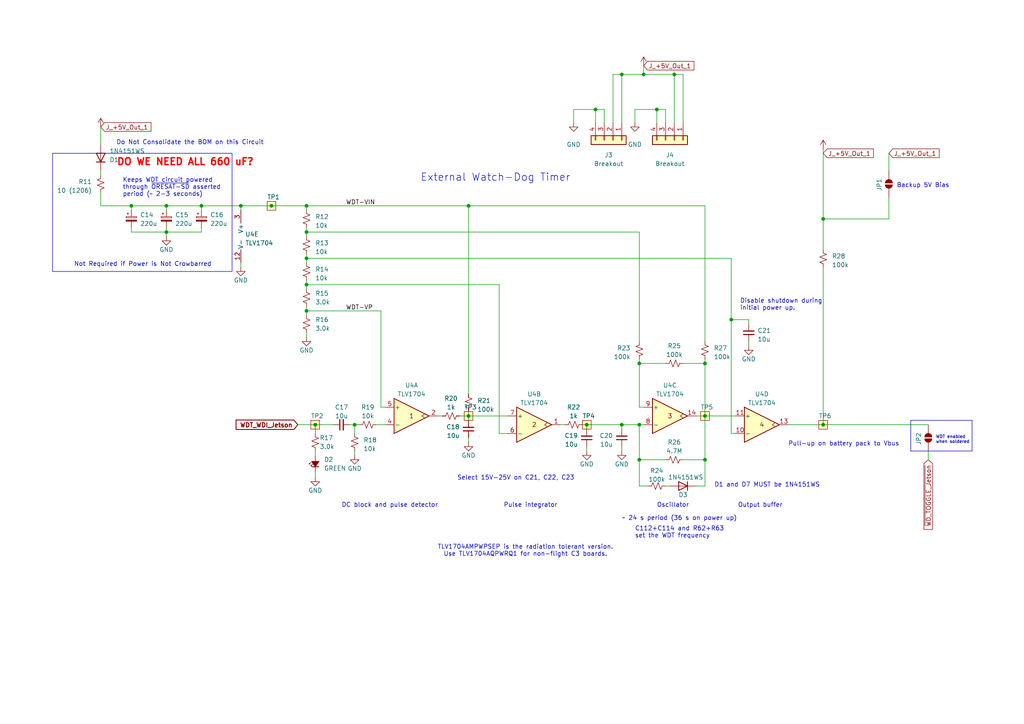
<source format=kicad_sch>
(kicad_sch (version 20250114) (generator "eeschema") (generator_version "9.0")
  (paper "A4")
  (lib_symbols
    (symbol "Connector_Generic:Conn_01x04" (pin_names (offset 1.016) (hide yes))
      (property "Reference" "J" (at 0 5.08 0))
      (property "Value" "Conn_01x04" (at 0 -7.62 0))
      (symbol "Conn_01x04_1_1"
        (pin passive line (at -5.08 2.54 0) (length 3.81) (name "Pin_1") (number "1"))
        (pin passive line (at -5.08 0 0) (length 3.81) (name "Pin_2") (number "2"))
        (pin passive line (at -5.08 -2.54 0) (length 3.81) (name "Pin_3") (number "3"))
        (pin passive line (at -5.08 -5.08 0) (length 3.81) (name "Pin_4") (number "4"))
      )
    )
    (symbol "Device:C_Polarized_Small" (pin_numbers (hide yes)) (pin_names (offset 0.254) (hide yes))
      (property "Reference" "C" (at 0.254 1.778 0))
      (property "Value" "C_Polarized_Small" (at 0.254 -2.032 0))
      (symbol "C_Polarized_Small_1_1"
        (pin passive line (at 0 2.54 270) (length 1.8542) (name "~") (number "1"))
        (pin passive line (at 0 -2.54 90) (length 1.8542) (name "~") (number "2"))
      )
    )
    (symbol "Device:C_Small" (pin_numbers (hide yes)) (pin_names (offset 0.254) (hide yes))
      (property "Reference" "C" (at 0.254 1.778 0))
      (property "Value" "C_Small" (at 0.254 -2.032 0))
      (symbol "C_Small_1_1"
        (pin passive line (at 0 2.54 270) (length 2.032) (name "~") (number "1"))
        (pin passive line (at 0 -2.54 90) (length 2.032) (name "~") (number "2"))
      )
    )
    (symbol "Device:D" (pin_numbers (hide yes)) (pin_names (offset 1.016) (hide yes))
      (property "Reference" "D" (at 0 2.54 0))
      (property "Value" "D" (at 0 -2.54 0))
      (symbol "D_1_1"
        (pin passive line (at -3.81 0 0) (length 2.54) (name "K") (number "1"))
        (pin passive line (at 3.81 0 180) (length 2.54) (name "A") (number "2"))
      )
    )
    (symbol "Device:LED_Small_Filled" (pin_numbers (hide yes)) (pin_names (offset 0.254) (hide yes))
      (property "Reference" "D" (at -1.27 3.175 0))
      (property "Value" "LED_Small_Filled" (at -4.445 -2.54 0))
      (symbol "LED_Small_Filled_1_1"
        (pin passive line (at -2.54 0 0) (length 1.778) (name "K") (number "1"))
        (pin passive line (at 2.54 0 180) (length 1.778) (name "A") (number "2"))
      )
    )
    (symbol "Device:R_Small_US" (pin_numbers (hide yes)) (pin_names (offset 0.254) (hide yes))
      (property "Reference" "R" (at 0.762 0.508 0))
      (property "Value" "R_Small_US" (at 0.762 -1.016 0))
      (symbol "R_Small_US_1_1"
        (pin passive line (at 0 2.54 270) (length 1.016) (name "~") (number "1"))
        (pin passive line (at 0 -2.54 90) (length 1.016) (name "~") (number "2"))
      )
    )
    (symbol "Jumper:SolderJumper_2_Open" (pin_numbers (hide yes)) (pin_names (offset 0) (hide yes)) (exclude_from_sim yes) (in_bom no)
      (property "Reference" "JP" (at 0 2.032 0))
      (property "Value" "SolderJumper_2_Open" (at 0 -2.54 0))
      (symbol "SolderJumper_2_Open_1_1"
        (pin passive line (at -3.81 0 0) (length 2.54) (name "A") (number "1"))
        (pin passive line (at 3.81 0 180) (length 2.54) (name "B") (number "2"))
      )
    )
    (symbol "TLV1704AIPWR_1" (pin_names (offset 0.127))
      (property "Reference" "U" (at 0 5.08 0))
      (property "Value" "TLV1704AIPWR" (at 0 -5.08 0))
      (symbol "TLV1704AIPWR_1_1_1"
        (text "1" (at 0 0 0) (effects (font (size 1.27 1.27))))
        (pin input line (at -7.62 2.54 0) (length 2.54) (name "+") (number "5"))
        (pin input line (at -7.62 -2.54 0) (length 2.54) (name "-") (number "4"))
        (pin open_collector line (at 7.62 0 180) (length 2.54) (name "~") (number "2"))
      )
      (symbol "TLV1704AIPWR_1_2_1"
        (text "2" (at 0 0 0) (effects (font (size 1.27 1.27))))
        (pin input line (at -7.62 2.54 0) (length 2.54) (name "+") (number "7"))
        (pin input line (at -7.62 -2.54 0) (length 2.54) (name "-") (number "6"))
        (pin open_collector line (at 7.62 0 180) (length 2.54) (name "~") (number "1"))
      )
      (symbol "TLV1704AIPWR_1_3_1"
        (text "3" (at 0 0 0) (effects (font (size 1.27 1.27))))
        (pin input line (at -7.62 2.54 0) (length 2.54) (name "+") (number "9"))
        (pin input line (at -7.62 -2.54 0) (length 2.54) (name "-") (number "8"))
        (pin open_collector line (at 7.62 0 180) (length 2.54) (name "~") (number "14"))
      )
      (symbol "TLV1704AIPWR_1_4_1"
        (text "4" (at 0 0 0) (effects (font (size 1.27 1.27))))
        (pin input line (at -7.62 2.54 0) (length 2.54) (name "+") (number "11"))
        (pin input line (at -7.62 -2.54 0) (length 2.54) (name "-") (number "10"))
        (pin open_collector line (at 7.62 0 180) (length 2.54) (name "~") (number "13"))
      )
      (symbol "TLV1704AIPWR_1_5_1"
        (pin power_in line (at -2.54 7.62 270) (length 3.81) (name "V+") (number "3"))
        (pin power_in line (at -2.54 -7.62 90) (length 3.81) (name "V-") (number "12"))
      )
    )
    (symbol "TLV1704AIPWR_2" (pin_names (offset 0.127))
      (property "Reference" "U" (at 0 5.08 0))
      (property "Value" "TLV1704AIPWR" (at 0 -5.08 0))
      (symbol "TLV1704AIPWR_2_1_1"
        (text "1" (at 0 0 0) (effects (font (size 1.27 1.27))))
        (pin input line (at -7.62 2.54 0) (length 2.54) (name "+") (number "5"))
        (pin input line (at -7.62 -2.54 0) (length 2.54) (name "-") (number "4"))
        (pin open_collector line (at 7.62 0 180) (length 2.54) (name "~") (number "2"))
      )
      (symbol "TLV1704AIPWR_2_2_1"
        (text "2" (at 0 0 0) (effects (font (size 1.27 1.27))))
        (pin input line (at -7.62 2.54 0) (length 2.54) (name "+") (number "7"))
        (pin input line (at -7.62 -2.54 0) (length 2.54) (name "-") (number "6"))
        (pin open_collector line (at 7.62 0 180) (length 2.54) (name "~") (number "1"))
      )
      (symbol "TLV1704AIPWR_2_3_1"
        (text "3" (at 0 0 0) (effects (font (size 1.27 1.27))))
        (pin input line (at -7.62 2.54 0) (length 2.54) (name "+") (number "9"))
        (pin input line (at -7.62 -2.54 0) (length 2.54) (name "-") (number "8"))
        (pin open_collector line (at 7.62 0 180) (length 2.54) (name "~") (number "14"))
      )
      (symbol "TLV1704AIPWR_2_4_1"
        (text "4" (at 0 0 0) (effects (font (size 1.27 1.27))))
        (pin input line (at -7.62 2.54 0) (length 2.54) (name "+") (number "11"))
        (pin input line (at -7.62 -2.54 0) (length 2.54) (name "-") (number "10"))
        (pin open_collector line (at 7.62 0 180) (length 2.54) (name "~") (number "13"))
      )
      (symbol "TLV1704AIPWR_2_5_1"
        (pin power_in line (at -2.54 7.62 270) (length 3.81) (name "V+") (number "3"))
        (pin power_in line (at -2.54 -7.62 90) (length 3.81) (name "V-") (number "12"))
      )
    )
    (symbol "TLV1704AIPWR_3" (pin_names (offset 0.127))
      (property "Reference" "U" (at 0 5.08 0))
      (property "Value" "TLV1704AIPWR" (at 0 -5.08 0))
      (symbol "TLV1704AIPWR_3_1_1"
        (text "1" (at 0 0 0) (effects (font (size 1.27 1.27))))
        (pin input line (at -7.62 2.54 0) (length 2.54) (name "+") (number "5"))
        (pin input line (at -7.62 -2.54 0) (length 2.54) (name "-") (number "4"))
        (pin open_collector line (at 7.62 0 180) (length 2.54) (name "~") (number "2"))
      )
      (symbol "TLV1704AIPWR_3_2_1"
        (text "2" (at 0 0 0) (effects (font (size 1.27 1.27))))
        (pin input line (at -7.62 2.54 0) (length 2.54) (name "+") (number "7"))
        (pin input line (at -7.62 -2.54 0) (length 2.54) (name "-") (number "6"))
        (pin open_collector line (at 7.62 0 180) (length 2.54) (name "~") (number "1"))
      )
      (symbol "TLV1704AIPWR_3_3_1"
        (text "3" (at 0 0 0) (effects (font (size 1.27 1.27))))
        (pin input line (at -7.62 2.54 0) (length 2.54) (name "+") (number "9"))
        (pin input line (at -7.62 -2.54 0) (length 2.54) (name "-") (number "8"))
        (pin open_collector line (at 7.62 0 180) (length 2.54) (name "~") (number "14"))
      )
      (symbol "TLV1704AIPWR_3_4_1"
        (text "4" (at 0 0 0) (effects (font (size 1.27 1.27))))
        (pin input line (at -7.62 2.54 0) (length 2.54) (name "+") (number "11"))
        (pin input line (at -7.62 -2.54 0) (length 2.54) (name "-") (number "10"))
        (pin open_collector line (at 7.62 0 180) (length 2.54) (name "~") (number "13"))
      )
      (symbol "TLV1704AIPWR_3_5_1"
        (pin power_in line (at -2.54 7.62 270) (length 3.81) (name "V+") (number "3"))
        (pin power_in line (at -2.54 -7.62 90) (length 3.81) (name "V-") (number "12"))
      )
    )
    (symbol "TLV1704AIPWR_4" (pin_names (offset 0.127))
      (property "Reference" "U" (at 0 5.08 0))
      (property "Value" "TLV1704AIPWR" (at 0 -5.08 0))
      (symbol "TLV1704AIPWR_4_1_1"
        (text "1" (at 0 0 0) (effects (font (size 1.27 1.27))))
        (pin input line (at -7.62 2.54 0) (length 2.54) (name "+") (number "5"))
        (pin input line (at -7.62 -2.54 0) (length 2.54) (name "-") (number "4"))
        (pin open_collector line (at 7.62 0 180) (length 2.54) (name "~") (number "2"))
      )
      (symbol "TLV1704AIPWR_4_2_1"
        (text "2" (at 0 0 0) (effects (font (size 1.27 1.27))))
        (pin input line (at -7.62 2.54 0) (length 2.54) (name "+") (number "7"))
        (pin input line (at -7.62 -2.54 0) (length 2.54) (name "-") (number "6"))
        (pin open_collector line (at 7.62 0 180) (length 2.54) (name "~") (number "1"))
      )
      (symbol "TLV1704AIPWR_4_3_1"
        (text "3" (at 0 0 0) (effects (font (size 1.27 1.27))))
        (pin input line (at -7.62 2.54 0) (length 2.54) (name "+") (number "9"))
        (pin input line (at -7.62 -2.54 0) (length 2.54) (name "-") (number "8"))
        (pin open_collector line (at 7.62 0 180) (length 2.54) (name "~") (number "14"))
      )
      (symbol "TLV1704AIPWR_4_4_1"
        (text "4" (at 0 0 0) (effects (font (size 1.27 1.27))))
        (pin input line (at -7.62 2.54 0) (length 2.54) (name "+") (number "11"))
        (pin input line (at -7.62 -2.54 0) (length 2.54) (name "-") (number "10"))
        (pin open_collector line (at 7.62 0 180) (length 2.54) (name "~") (number "13"))
      )
      (symbol "TLV1704AIPWR_4_5_1"
        (pin power_in line (at -2.54 7.62 270) (length 3.81) (name "V+") (number "3"))
        (pin power_in line (at -2.54 -7.62 90) (length 3.81) (name "V-") (number "12"))
      )
    )
    (symbol "oresat-ics:TLV1704AIPWR" (pin_names (offset 0.127))
      (property "Reference" "U" (at 0 5.08 0))
      (property "Value" "TLV1704AIPWR" (at 0 -5.08 0))
      (symbol "TLV1704AIPWR_1_1"
        (text "1" (at 0 0 0) (effects (font (size 1.27 1.27))))
        (pin input line (at -7.62 2.54 0) (length 2.54) (name "+") (number "5"))
        (pin input line (at -7.62 -2.54 0) (length 2.54) (name "-") (number "4"))
        (pin open_collector line (at 7.62 0 180) (length 2.54) (name "~") (number "2"))
      )
      (symbol "TLV1704AIPWR_2_1"
        (text "2" (at 0 0 0) (effects (font (size 1.27 1.27))))
        (pin input line (at -7.62 2.54 0) (length 2.54) (name "+") (number "7"))
        (pin input line (at -7.62 -2.54 0) (length 2.54) (name "-") (number "6"))
        (pin open_collector line (at 7.62 0 180) (length 2.54) (name "~") (number "1"))
      )
      (symbol "TLV1704AIPWR_3_1"
        (text "3" (at 0 0 0) (effects (font (size 1.27 1.27))))
        (pin input line (at -7.62 2.54 0) (length 2.54) (name "+") (number "9"))
        (pin input line (at -7.62 -2.54 0) (length 2.54) (name "-") (number "8"))
        (pin open_collector line (at 7.62 0 180) (length 2.54) (name "~") (number "14"))
      )
      (symbol "TLV1704AIPWR_4_1"
        (text "4" (at 0 0 0) (effects (font (size 1.27 1.27))))
        (pin input line (at -7.62 2.54 0) (length 2.54) (name "+") (number "11"))
        (pin input line (at -7.62 -2.54 0) (length 2.54) (name "-") (number "10"))
        (pin open_collector line (at 7.62 0 180) (length 2.54) (name "~") (number "13"))
      )
      (symbol "TLV1704AIPWR_5_1"
        (pin power_in line (at -2.54 7.62 270) (length 3.81) (name "V+") (number "3"))
        (pin power_in line (at -2.54 -7.62 90) (length 3.81) (name "V-") (number "12"))
      )
    )
    (symbol "oresat-misc:Test-Point-0.75mm-th" (exclude_from_sim yes) (in_bom no)
      (property "Reference" "TP" (at 0 2.54 0))
      (symbol "Test-Point-0.75mm-th_1_0"
        (pin passive line (at 0 0 0) (length 0) (name "1") (number "1"))
      )
    )
    (symbol "power:GND" (power) (pin_numbers (hide yes)) (pin_names (offset 0) (hide yes))
      (property "Value" "GND" (at 0 -3.81 0))
      (symbol "GND_1_1"
        (pin power_in line (at 0 0 270) (length 0) (name "~") (number "1"))
      )
    )
    (symbol "power:VBUS" (power) (pin_numbers (hide yes)) (pin_names (offset 0) (hide yes))
      (property "Value" "VBUS" (at 0 3.556 0))
      (symbol "VBUS_1_1"
        (pin power_in line (at 0 0 90) (length 0) (name "~") (number "1"))
      )
    )
  )
  (rectangle (start 15.24 44.45) (end 67.31 78.74))
  (text "TLV1704AMPWPSEP is the radiation tolerant version.\nUse TLV1704AQPWRQ1 for non-flight C3 boards." (at 152.4 159.766 0) (effects (font (size 1.27 1.27))))
  (text "Keeps WDT circuit powered\nthrough ~{ORESAT-SD} asserted\nperiod (~ 2-3 seconds)" (at 35.56 57.15 0) (effects (font (size 1.27 1.27)) (justify left bottom)))
  (text "Backup 5V Bias" (at 267.716 53.848 0) (effects (font (size 1.27 1.27))))
  (text "Pull-up on battery pack to Vbus" (at 228.6 129.54 0) (effects (font (size 1.27 1.27)) (justify left bottom)))
  (text "Oscillator" (at 190.5 147.32 0) (effects (font (size 1.27 1.27)) (justify left bottom)))
  (text "External Watch-Dog Timer" (at 121.92 52.832 0) (effects (font (size 2.159 2.159)) (justify left bottom)))
  (text "Disable shutdown during\ninitial power up." (at 214.63 90.17 0) (effects (font (size 1.27 1.27)) (justify left bottom)))
  (text "Not Required if Power is Not Crowbarred " (at 41.91 76.708 0) (effects (font (size 1.27 1.27))))
  (text "Pulse integrator" (at 146.05 147.32 0) (effects (font (size 1.27 1.27)) (justify left bottom)))
  (text "C112+C114 and R62+R63 \nset the WDT frequency" (at 184.15 156.21 0) (effects (font (size 1.27 1.27)) (justify left bottom)))
  (text "DO WE NEED ALL 660 uF?" (at 33.782 48.26 0) (effects (font (size 2 2) (thickness 0.4) (bold yes)) (justify left bottom)))
  (text "~ 24 s period (36 s on power up)" (at 180.34 151.13 0) (effects (font (size 1.27 1.27)) (justify left bottom)))
  (text "D1 and D7 MUST be 1N4151WS" (at 222.504 140.716 0) (effects (font (size 1.27 1.27))))
  (text "Do Not Consolidate the BOM on this Circuit" (at 55.118 41.402 0) (effects (font (size 1.27 1.27))))
  (text "Select 15V-25V on C21, C22, C23" (at 149.606 138.684 0) (effects (font (size 1.27 1.27))))
  (text "Output buffer" (at 213.995 147.32 0) (effects (font (size 1.27 1.27)) (justify left bottom)))
  (text "WDT enabled\nwhen soldered" (at 271.399 128.778 0) (effects (font (size 0.889 0.889)) (justify left bottom)))
  (text "DC block and pulse detector" (at 99.06 147.32 0) (effects (font (size 1.27 1.27)) (justify left bottom)))
  (junction (at 238.76 63.5))
  (junction (at 102.87 123.19))
  (junction (at 180.34 21.59))
  (junction (at 204.47 120.65))
  (junction (at 88.9 74.93))
  (junction (at 204.47 105.41))
  (junction (at 88.9 90.17))
  (junction (at 186.69 21.59))
  (junction (at 204.47 133.35))
  (junction (at 185.42 105.41))
  (junction (at 185.42 133.35))
  (junction (at 58.42 59.69))
  (junction (at 180.34 123.19))
  (junction (at 172.72 31.75))
  (junction (at 135.89 59.69))
  (junction (at 48.26 59.69))
  (junction (at 195.58 21.59))
  (junction (at 38.1 59.69))
  (junction (at 185.42 123.19))
  (junction (at 88.9 59.69))
  (junction (at 91.44 123.19))
  (junction (at 69.85 59.69))
  (junction (at 78.74 59.69))
  (junction (at 170.18 123.19))
  (junction (at 212.09 92.71))
  (junction (at 48.26 67.31))
  (junction (at 190.5 31.75))
  (junction (at 135.89 120.65))
  (junction (at 88.9 67.31))
  (junction (at 238.76 123.19))
  (junction (at 88.9 82.55))
  (wire (pts (xy 58.42 66.04) (xy 58.42 67.31)))
  (wire (pts (xy 88.9 82.55) (xy 88.9 83.82)))
  (wire (pts (xy 257.81 44.45) (xy 257.81 49.53)))
  (wire (pts (xy 58.42 59.69) (xy 69.85 59.69)))
  (wire (pts (xy 88.9 90.17) (xy 88.9 91.44)))
  (wire (pts (xy 48.26 67.31) (xy 48.26 68.58)))
  (wire (pts (xy 217.17 100.33) (xy 217.17 99.06)))
  (wire (pts (xy 172.72 31.75) (xy 166.37 31.75)))
  (wire (pts (xy 180.34 123.19) (xy 185.42 123.19)))
  (wire (pts (xy 69.85 77.47) (xy 69.85 76.2)))
  (wire (pts (xy 180.34 21.59) (xy 186.69 21.59)))
  (wire (pts (xy 88.9 90.17) (xy 110.49 90.17)))
  (wire (pts (xy 135.89 120.65) (xy 147.32 120.65)))
  (wire (pts (xy 204.47 140.97) (xy 204.47 133.35)))
  (wire (pts (xy 88.9 82.55) (xy 144.78 82.55)))
  (wire (pts (xy 110.49 90.17) (xy 110.49 118.11)))
  (wire (pts (xy 162.56 123.19) (xy 163.83 123.19)))
  (wire (pts (xy 88.9 67.31) (xy 185.42 67.31)))
  (wire (pts (xy 184.15 31.75) (xy 184.15 35.56)))
  (wire (pts (xy 212.09 92.71) (xy 217.17 92.71)))
  (wire (pts (xy 48.26 67.31) (xy 58.42 67.31)))
  (wire (pts (xy 88.9 81.28) (xy 88.9 82.55)))
  (wire (pts (xy 177.8 21.59) (xy 180.34 21.59)))
  (wire (pts (xy 190.5 35.56) (xy 190.5 31.75)))
  (wire (pts (xy 212.09 92.71) (xy 212.09 125.73)))
  (wire (pts (xy 86.36 123.19) (xy 91.44 123.19)))
  (wire (pts (xy 204.47 104.14) (xy 204.47 105.41)))
  (wire (pts (xy 238.76 123.19) (xy 269.24 123.19)))
  (wire (pts (xy 217.17 93.98) (xy 217.17 92.71)))
  (wire (pts (xy 201.93 120.65) (xy 204.47 120.65)))
  (wire (pts (xy 193.04 140.97) (xy 194.31 140.97)))
  (wire (pts (xy 38.1 59.69) (xy 48.26 59.69)))
  (wire (pts (xy 177.8 35.56) (xy 177.8 21.59)))
  (wire (pts (xy 102.87 130.81) (xy 102.87 132.08)))
  (wire (pts (xy 204.47 105.41) (xy 204.47 120.65)))
  (wire (pts (xy 133.35 120.65) (xy 135.89 120.65)))
  (wire (pts (xy 190.5 31.75) (xy 184.15 31.75)))
  (wire (pts (xy 175.26 31.75) (xy 175.26 35.56)))
  (wire (pts (xy 185.42 140.97) (xy 187.96 140.97)))
  (wire (pts (xy 198.12 35.56) (xy 198.12 21.59)))
  (wire (pts (xy 29.21 59.69) (xy 38.1 59.69)))
  (wire (pts (xy 269.24 130.81) (xy 269.24 133.35)))
  (wire (pts (xy 238.76 63.5) (xy 238.76 72.39)))
  (wire (pts (xy 88.9 88.9) (xy 88.9 90.17)))
  (wire (pts (xy 228.6 123.19) (xy 238.76 123.19)))
  (wire (pts (xy 185.42 104.14) (xy 185.42 105.41)))
  (wire (pts (xy 238.76 43.18) (xy 238.76 63.5)))
  (wire (pts (xy 172.72 35.56) (xy 172.72 31.75)))
  (wire (pts (xy 204.47 120.65) (xy 213.36 120.65)))
  (wire (pts (xy 185.42 140.97) (xy 185.42 133.35)))
  (wire (pts (xy 135.89 128.27) (xy 135.89 127)))
  (wire (pts (xy 88.9 73.66) (xy 88.9 74.93)))
  (wire (pts (xy 91.44 125.73) (xy 91.44 123.19)))
  (wire (pts (xy 257.81 63.5) (xy 238.76 63.5)))
  (wire (pts (xy 170.18 123.19) (xy 180.34 123.19)))
  (wire (pts (xy 201.93 140.97) (xy 204.47 140.97)))
  (wire (pts (xy 185.42 99.06) (xy 185.42 67.31)))
  (wire (pts (xy 91.44 130.81) (xy 91.44 132.08)))
  (polyline (pts (xy 264.16 121.92) (xy 281.94 121.92)))
  (polyline (pts (xy 264.16 130.81) (xy 264.16 121.92)))
  (wire (pts (xy 193.04 31.75) (xy 193.04 35.56)))
  (wire (pts (xy 185.42 118.11) (xy 185.42 105.41)))
  (wire (pts (xy 58.42 60.96) (xy 58.42 59.69)))
  (wire (pts (xy 193.04 133.35) (xy 185.42 133.35)))
  (wire (pts (xy 69.85 59.69) (xy 78.74 59.69)))
  (wire (pts (xy 29.21 36.83) (xy 29.21 41.91)))
  (wire (pts (xy 135.89 59.69) (xy 135.89 114.3)))
  (wire (pts (xy 135.89 120.65) (xy 135.89 121.92)))
  (wire (pts (xy 102.87 123.19) (xy 102.87 125.73)))
  (wire (pts (xy 257.81 57.15) (xy 257.81 63.5)))
  (wire (pts (xy 135.89 120.65) (xy 135.89 119.38)))
  (wire (pts (xy 29.21 49.53) (xy 29.21 50.8)))
  (wire (pts (xy 212.09 74.93) (xy 212.09 92.71)))
  (wire (pts (xy 48.26 66.04) (xy 48.26 67.31)))
  (wire (pts (xy 198.12 133.35) (xy 204.47 133.35)))
  (wire (pts (xy 88.9 74.93) (xy 212.09 74.93)))
  (wire (pts (xy 69.85 60.96) (xy 69.85 59.69)))
  (wire (pts (xy 78.74 59.69) (xy 88.9 59.69)))
  (wire (pts (xy 88.9 67.31) (xy 88.9 68.58)))
  (wire (pts (xy 238.76 77.47) (xy 238.76 123.19)))
  (wire (pts (xy 88.9 96.52) (xy 88.9 97.79)))
  (wire (pts (xy 135.89 59.69) (xy 88.9 59.69)))
  (wire (pts (xy 170.18 123.19) (xy 170.18 124.46)))
  (wire (pts (xy 198.12 105.41) (xy 204.47 105.41)))
  (wire (pts (xy 180.34 124.46) (xy 180.34 123.19)))
  (wire (pts (xy 135.89 59.69) (xy 204.47 59.69)))
  (polyline (pts (xy 281.94 121.92) (xy 281.94 130.81)))
  (wire (pts (xy 88.9 60.96) (xy 88.9 59.69)))
  (wire (pts (xy 48.26 67.31) (xy 38.1 67.31)))
  (wire (pts (xy 91.44 138.43) (xy 91.44 137.16)))
  (wire (pts (xy 185.42 133.35) (xy 185.42 123.19)))
  (wire (pts (xy 88.9 74.93) (xy 88.9 76.2)))
  (wire (pts (xy 144.78 125.73) (xy 147.32 125.73)))
  (wire (pts (xy 180.34 130.81) (xy 180.34 129.54)))
  (wire (pts (xy 144.78 82.55) (xy 144.78 125.73)))
  (wire (pts (xy 185.42 105.41) (xy 193.04 105.41)))
  (wire (pts (xy 48.26 59.69) (xy 58.42 59.69)))
  (wire (pts (xy 48.26 59.69) (xy 48.26 60.96)))
  (wire (pts (xy 166.37 31.75) (xy 166.37 35.56)))
  (wire (pts (xy 127 120.65) (xy 128.27 120.65)))
  (wire (pts (xy 168.91 123.19) (xy 170.18 123.19)))
  (wire (pts (xy 195.58 21.59) (xy 186.69 21.59)))
  (wire (pts (xy 29.21 55.88) (xy 29.21 59.69)))
  (wire (pts (xy 190.5 31.75) (xy 193.04 31.75)))
  (wire (pts (xy 172.72 31.75) (xy 175.26 31.75)))
  (wire (pts (xy 170.18 130.81) (xy 170.18 129.54)))
  (wire (pts (xy 186.69 118.11) (xy 185.42 118.11)))
  (wire (pts (xy 198.12 21.59) (xy 195.58 21.59)))
  (wire (pts (xy 101.6 123.19) (xy 102.87 123.19)))
  (wire (pts (xy 102.87 123.19) (xy 104.14 123.19)))
  (wire (pts (xy 204.47 99.06) (xy 204.47 59.69)))
  (wire (pts (xy 195.58 35.56) (xy 195.58 21.59)))
  (wire (pts (xy 38.1 59.69) (xy 38.1 60.96)))
  (wire (pts (xy 186.69 21.59) (xy 186.69 19.05)))
  (wire (pts (xy 212.09 125.73) (xy 213.36 125.73)))
  (wire (pts (xy 204.47 133.35) (xy 204.47 120.65)))
  (wire (pts (xy 180.34 21.59) (xy 180.34 35.56)))
  (wire (pts (xy 88.9 66.04) (xy 88.9 67.31)))
  (polyline (pts (xy 281.94 130.81) (xy 264.16 130.81)))
  (wire (pts (xy 38.1 66.04) (xy 38.1 67.31)))
  (wire (pts (xy 185.42 123.19) (xy 186.69 123.19)))
  (wire (pts (xy 91.44 123.19) (xy 96.52 123.19)))
  (wire (pts (xy 110.49 118.11) (xy 111.76 118.11)))
  (wire (pts (xy 109.22 123.19) (xy 111.76 123.19)))
  (label "WDT-VP" (at 100.33 90.17 0))
  (label "WDT-VIN" (at 100.33 59.69 0))
  (global_label "~{WD_TOGGLE_Jetson}" (shape input) (at 269.24 133.35 270) (property "Intersheetrefs" "${INTERSHEET_REFS}" (effects (hide yes))))
  (global_label "J_+5V_Out_1" (shape input) (at 186.69 19.05 0) (property "Intersheetrefs" "${INTERSHEET_REFS}" (effects (hide yes))))
  (global_label "J_+5V_Out_1" (shape input) (at 238.76 44.45 0) (property "Intersheetrefs" "${INTERSHEET_REFS}" (effects (hide yes))))
  (global_label "J_+5V_Out_1" (shape input) (at 257.81 44.45 0) (property "Intersheetrefs" "${INTERSHEET_REFS}" (effects (hide yes))))
  (global_label "J_+5V_Out_1" (shape input) (at 29.21 36.83 0) (property "Intersheetrefs" "${INTERSHEET_REFS}" (effects (hide yes))))
  (global_label "WDT_WDI_Jetson" (shape input) (at 86.36 123.19 180) (effects (font (thickness 0.254) (bold yes))) (property "Intersheetrefs" "${INTERSHEET_REFS}" (effects (hide yes))))
  (symbol (lib_id "Device:C_Small") (at 135.89 124.46 0) (mirror x) (unit 1)
    (property "Reference" "C18" (at 133.35 123.8186 0) (effects (justify right)))
    (property "Value" "10u" (at 133.35 126.3586 0) (effects (justify right)))
    (property "Footprint" "Capacitor_SMD:C_0603_1608Metric" (effects (hide yes)))
    (property "Description" "Unpolarized capacitor, small symbol" (effects (hide yes)))
    (property "DPN" "490-12317-1-ND" (effects (hide yes)))
    (property "DST" "Digi-Key" (effects (hide yes)))
    (property "MFR" "Murata" (effects (hide yes)))
    (property "MPN" "GRT188R61C106KE13D" (effects (hide yes)))
  )
  (symbol (lib_id "Device:R_Small_US") (at 91.44 128.27 0) (unit 1)
    (property "Reference" "R17" (at 92.71 127 0) (effects (justify left)))
    (property "Value" "3.0k" (at 92.71 129.54 0) (effects (justify left)))
    (property "Footprint" "Resistor_SMD:R_0603_1608Metric" (effects (hide yes)))
    (property "Description" "Resistor, small US symbol" (effects (hide yes)))
    (property "DPN" "RMCF0603FT3K00CT-ND" (effects (hide yes)))
    (property "DST" "Digi-Key" (effects (hide yes)))
    (property "MFR" "Stackpole Electronics Inc" (effects (hide yes)))
    (property "MPN" "RMCF0603FT3K00" (effects (hide yes)))
  )
  (symbol (lib_id "Jumper:SolderJumper_2_Open") (at 257.81 53.34 270) (unit 1)
    (property "Reference" "JP1" (at 255.016 53.594 0))
    (property "Value" "SolderJumper_2_Open" (effects (hide yes)))
    (property "Footprint" "Jumper:SolderJumper-2_P1.3mm_Open_RoundedPad1.0x1.5mm" (effects (hide yes)))
    (property "Description" "Solder Jumper, 2-pole, open" (effects (hide yes)))
  )
  (symbol (lib_id "Connector_Generic:Conn_01x04") (at 195.58 40.64 270) (unit 1)
    (property "Reference" "J4" (at 194.31 44.958 90))
    (property "Value" "Breakout" (at 194.31 47.498 90))
    (property "Footprint" "Connector_PinHeader_2.54mm:PinHeader_1x04_P2.54mm_Vertical" (effects (hide yes)))
    (property "Description" "Generic connector, single row, 01x04, script generated (kicad-library-utils/schlib/autogen/connector/)" (effects (hide yes)))
  )
  (symbol (lib_id "power:GND") (at 170.18 130.81 0) (mirror y) (unit 1)
    (property "Reference" "#PWR022" (effects (hide yes)))
    (property "Value" "GND" (at 170.18 134.62 0))
    (property "Description" "Power symbol creates a global label with name \"GND\" , ground" (effects (hide yes)))
  )
  (symbol (lib_id "power:GND") (at 102.87 132.08 0) (unit 1)
    (property "Reference" "#PWR019" (effects (hide yes)))
    (property "Value" "GND" (at 102.87 135.89 0))
    (property "Description" "Power symbol creates a global label with name \"GND\" , ground" (effects (hide yes)))
  )
  (symbol (lib_id "Device:D") (at 29.21 45.72 270) (mirror x) (unit 1)
    (property "Reference" "D1" (at 31.75 46.355 90) (effects (justify left)))
    (property "Value" "1N4151WS" (at 31.75 43.815 90) (effects (justify left)))
    (property "Footprint" "Diode_SMD:D_SOD-323" (effects (hide yes)))
    (property "Description" "Diode" (effects (hide yes)))
    (property "DPN" "112-1N4151WS-E3-08CT-ND" (effects (hide yes)))
    (property "DST" "Digi-Key" (effects (hide yes)))
    (property "MFR" "Vishay" (effects (hide yes)))
    (property "MPN" "1N4151WS-E3-08" (effects (hide yes)))
    (property "Sim.Device" "D" (effects (hide yes)))
    (property "Sim.Pins" "1=K 2=A" (effects (hide yes)))
  )
  (symbol (lib_id "oresat-ics:TLV1704AIPWR") (at 72.39 68.58 0) (unit 5)
    (property "Reference" "U4" (at 71.12 67.945 0) (effects (justify left)))
    (property "Value" "TLV1704" (at 71.12 70.485 0) (effects (justify left)))
    (property "Footprint" "Package_SO:TSSOP-14_4.4x5mm_P0.65mm" (effects (hide yes)))
    (property "Datasheet" "https://www.ti.com/lit/ds/symlink/tlv1704-sep.pdf" (effects (hide yes)))
    (property "Description" "Analog Comparators 2.2-V to 36-V, radiation tolerant microPower quad comparator in space enhanced plastic 14-TSSOP -55 to 125" (effects (hide yes)))
    (property "MFR" "Texas Instruments" (effects (hide yes)))
    (property "MPN" "TLV1704AQPWRQ1" (effects (hide yes)))
    (property "DST" "Digi-Key" (effects (hide yes)))
    (property "DPN" "296-43799-2-ND" (effects (hide yes)))
  )
  (symbol (lib_id "Device:R_Small_US") (at 88.9 71.12 0) (unit 1)
    (property "Reference" "R13" (at 91.44 70.485 0) (effects (justify left)))
    (property "Value" "10k" (at 91.44 73.025 0) (effects (justify left)))
    (property "Footprint" "Resistor_SMD:R_0603_1608Metric" (effects (hide yes)))
    (property "Description" "Resistor, small US symbol" (effects (hide yes)))
    (property "DPN" "RMCF0603FT10K0CT-ND" (effects (hide yes)))
    (property "DST" "Digi-Key" (effects (hide yes)))
    (property "MFR" "Stackpole Electronics Inc" (effects (hide yes)))
    (property "MPN" "RMCF0603FT10K0" (effects (hide yes)))
  )
  (symbol (lib_id "Connector_Generic:Conn_01x04") (at 177.8 40.64 270) (unit 1)
    (property "Reference" "J3" (at 176.53 44.958 90))
    (property "Value" "Breakout" (at 176.53 47.498 90))
    (property "Footprint" "Connector_PinHeader_2.54mm:PinHeader_1x04_P2.54mm_Vertical" (effects (hide yes)))
    (property "Description" "Generic connector, single row, 01x04, script generated (kicad-library-utils/schlib/autogen/connector/)" (effects (hide yes)))
  )
  (symbol (lib_id "Jumper:SolderJumper_2_Open") (at 269.24 127 270) (unit 1)
    (property "Reference" "JP2" (at 266.446 127.254 0))
    (property "Value" "SolderJumper_2_Open" (effects (hide yes)))
    (property "Footprint" "Jumper:SolderJumper-2_P1.3mm_Open_RoundedPad1.0x1.5mm" (effects (hide yes)))
    (property "Description" "Solder Jumper, 2-pole, open" (effects (hide yes)))
  )
  (symbol (lib_id "oresat-misc:Test-Point-0.75mm-th") (at 91.44 123.19 0) (unit 1) (exclude_from_sim yes) (in_bom no)
    (property "Reference" "TP2" (at 90.17 120.65 0) (effects (justify left)))
    (property "Value" "TestPoint-MinTH" (effects (hide yes)))
    (property "Footprint" "TestPoint:TestPoint_Pad_1.0x1.0mm" (effects (hide yes)))
    (property "Description" "0.75 mm TH test point; good for scope probes and jumpers" (effects (hide yes)))
  )
  (symbol (lib_id "Device:R_Small_US") (at 185.42 101.6 0) (mirror x) (unit 1)
    (property "Reference" "R23" (at 182.88 100.965 0) (effects (justify right)))
    (property "Value" "100k" (at 182.88 103.505 0) (effects (justify right)))
    (property "Footprint" "Resistor_SMD:R_0603_1608Metric" (effects (hide yes)))
    (property "Description" "Resistor, small US symbol" (effects (hide yes)))
    (property "DPN" "RMCF0603FT100KCT-ND" (effects (hide yes)))
    (property "DST" "Digi-Key" (effects (hide yes)))
    (property "MFR" "Stackpole Electronics Inc" (effects (hide yes)))
    (property "MPN" "RMCF0603FT100K" (effects (hide yes)))
  )
  (symbol (lib_id "Device:R_Small_US") (at 88.9 78.74 0) (unit 1)
    (property "Reference" "R14" (at 91.44 78.105 0) (effects (justify left)))
    (property "Value" "10k" (at 91.44 80.645 0) (effects (justify left)))
    (property "Footprint" "Resistor_SMD:R_0603_1608Metric" (effects (hide yes)))
    (property "Description" "Resistor, small US symbol" (effects (hide yes)))
    (property "DPN" "RMCF0603FT10K0CT-ND" (effects (hide yes)))
    (property "DST" "Digi-Key" (effects (hide yes)))
    (property "MFR" "Stackpole Electronics Inc" (effects (hide yes)))
    (property "MPN" "RMCF0603FT10K0" (effects (hide yes)))
  )
  (symbol (lib_id "Device:LED_Small_Filled") (at 91.44 134.62 90) (unit 1)
    (property "Reference" "D2" (at 93.98 133.2865 90) (effects (justify right)))
    (property "Value" "GREEN" (at 93.98 135.8265 90) (effects (justify right)))
    (property "Footprint" "LED_SMD:LED_0603_1608Metric" (effects (hide yes)))
    (property "Description" "Light emitting diode, small symbol, filled shape" (effects (hide yes)))
    (property "DPN" "732-4971-1-ND" (effects (hide yes)))
    (property "DST" "Digi-Key" (effects (hide yes)))
    (property "MFR" "Wurth" (effects (hide yes)))
    (property "MPN" "150060GS75000" (effects (hide yes)))
    (property "Sim.Pins" "1=K 2=A" (effects (hide yes)))
  )
  (symbol (lib_id "Device:R_Small_US") (at 88.9 63.5 0) (unit 1)
    (property "Reference" "R12" (at 91.44 62.865 0) (effects (justify left)))
    (property "Value" "10k" (at 91.44 65.405 0) (effects (justify left)))
    (property "Footprint" "Resistor_SMD:R_0603_1608Metric" (effects (hide yes)))
    (property "Description" "Resistor, small US symbol" (effects (hide yes)))
    (property "DPN" "RMCF0603FT10K0CT-ND" (effects (hide yes)))
    (property "DST" "Digi-Key" (effects (hide yes)))
    (property "MFR" "Stackpole Electronics Inc" (effects (hide yes)))
    (property "MPN" "RMCF0603FT10K0" (effects (hide yes)))
  )
  (symbol (lib_id "power:VBUS") (at 238.76 43.18 0) (unit 1)
    (property "Reference" "#PWR027" (effects (hide yes)))
    (property "Value" "+5V_ROUT3" (effects (hide yes)))
    (property "Description" "Power symbol creates a global label with name \"VBUS\"" (effects (hide yes)))
  )
  (symbol (lib_id "Device:C_Small") (at 170.18 127 0) (mirror x) (unit 1)
    (property "Reference" "C19" (at 167.64 126.3586 0) (effects (justify right)))
    (property "Value" "10u" (at 167.64 128.8986 0) (effects (justify right)))
    (property "Footprint" "Capacitor_SMD:C_0603_1608Metric" (effects (hide yes)))
    (property "Description" "Unpolarized capacitor, small symbol" (effects (hide yes)))
    (property "DPN" "490-12317-1-ND" (effects (hide yes)))
    (property "DST" "Digi-Key" (effects (hide yes)))
    (property "MFR" "Murata" (effects (hide yes)))
    (property "MPN" "GRT188R61C106KE13D" (effects (hide yes)))
  )
  (symbol (lib_id "Device:C_Small") (at 99.06 123.19 90) (unit 1)
    (property "Reference" "C17" (at 99.0663 118.11 90))
    (property "Value" "10u" (at 99.0663 120.65 90))
    (property "Footprint" "Capacitor_SMD:C_0603_1608Metric" (effects (hide yes)))
    (property "Description" "Unpolarized capacitor, small symbol" (effects (hide yes)))
    (property "DPN" "490-12317-1-ND" (effects (hide yes)))
    (property "DST" "Digi-Key" (effects (hide yes)))
    (property "MFR" "Murata" (effects (hide yes)))
    (property "MPN" "GRT188R61C106KE13D" (effects (hide yes)))
  )
  (symbol (lib_name "TLV1704AIPWR_2") (lib_id "oresat-ics:TLV1704AIPWR") (at 194.31 120.65 0) (unit 3)
    (property "Reference" "U4" (at 194.31 111.76 0))
    (property "Value" "TLV1704" (at 194.31 114.3 0))
    (property "Footprint" "Package_SO:TSSOP-14_4.4x5mm_P0.65mm" (effects (hide yes)))
    (property "Datasheet" "https://www.ti.com/lit/ds/symlink/tlv1704-sep.pdf" (effects (hide yes)))
    (property "Description" "Analog Comparators 2.2-V to 36-V, radiation tolerant microPower quad comparator in space enhanced plastic 14-TSSOP -55 to 125" (effects (hide yes)))
    (property "MFR" "Texas Instruments" (effects (hide yes)))
    (property "MPN" "TLV1704AQPWRQ1" (effects (hide yes)))
    (property "DST" "Digi-Key" (effects (hide yes)))
    (property "DPN" "296-43799-2-ND" (effects (hide yes)))
  )
  (symbol (lib_name "TLV1704AIPWR_4") (lib_id "oresat-ics:TLV1704AIPWR") (at 154.94 123.19 0) (unit 2)
    (property "Reference" "U4" (at 154.94 114.3 0))
    (property "Value" "TLV1704" (at 154.94 116.84 0))
    (property "Footprint" "Package_SO:TSSOP-14_4.4x5mm_P0.65mm" (effects (hide yes)))
    (property "Datasheet" "https://www.ti.com/lit/ds/symlink/tlv1704-sep.pdf" (effects (hide yes)))
    (property "Description" "Analog Comparators 2.2-V to 36-V, radiation tolerant microPower quad comparator in space enhanced plastic 14-TSSOP -55 to 125" (effects (hide yes)))
    (property "MFR" "Texas Instruments" (effects (hide yes)))
    (property "MPN" "TLV1704AQPWRQ1" (effects (hide yes)))
    (property "DST" "Digi-Key" (effects (hide yes)))
    (property "DPN" "296-43799-2-ND" (effects (hide yes)))
  )
  (symbol (lib_id "Device:R_Small_US") (at 88.9 86.36 0) (unit 1)
    (property "Reference" "R15" (at 91.44 85.09 0) (effects (justify left)))
    (property "Value" "3.0k" (at 91.44 87.63 0) (effects (justify left)))
    (property "Footprint" "Resistor_SMD:R_0603_1608Metric" (effects (hide yes)))
    (property "Description" "Resistor, small US symbol" (effects (hide yes)))
    (property "DPN" "RMCF0603FT3K00CT-ND" (effects (hide yes)))
    (property "DST" "Digi-Key" (effects (hide yes)))
    (property "MFR" "Stackpole Electronics Inc" (effects (hide yes)))
    (property "MPN" "RMCF0603FT3K00" (effects (hide yes)))
  )
  (symbol (lib_id "Device:R_Small_US") (at 88.9 93.98 0) (unit 1)
    (property "Reference" "R16" (at 91.44 92.71 0) (effects (justify left)))
    (property "Value" "3.0k" (at 91.44 95.25 0) (effects (justify left)))
    (property "Footprint" "Resistor_SMD:R_0603_1608Metric" (effects (hide yes)))
    (property "Description" "Resistor, small US symbol" (effects (hide yes)))
    (property "DPN" "RMCF0603FT3K00CT-ND" (effects (hide yes)))
    (property "DST" "Digi-Key" (effects (hide yes)))
    (property "MFR" "Stackpole Electronics Inc" (effects (hide yes)))
    (property "MPN" "RMCF0603FT3K00" (effects (hide yes)))
  )
  (symbol (lib_id "power:VBUS") (at 29.21 36.83 0) (unit 1)
    (property "Reference" "#PWR014" (effects (hide yes)))
    (property "Value" "+5V_ROUT3" (effects (hide yes)))
    (property "Description" "Power symbol creates a global label with name \"VBUS\"" (effects (hide yes)))
  )
  (symbol (lib_id "power:GND") (at 135.89 128.27 0) (unit 1)
    (property "Reference" "#PWR020" (effects (hide yes)))
    (property "Value" "GND" (at 135.89 132.08 0))
    (property "Description" "Power symbol creates a global label with name \"GND\" , ground" (effects (hide yes)))
  )
  (symbol (lib_id "Device:C_Polarized_Small") (at 38.1 63.5 0) (unit 1)
    (property "Reference" "C14" (at 40.64 62.3189 0) (effects (justify left)))
    (property "Value" "220u" (at 40.64 64.8589 0) (effects (justify left)))
    (property "Footprint" "Capacitor_Tantalum_SMD:CP_EIA-7361-38_AVX-V" (effects (hide yes)))
    (property "Description" "Polarized capacitor, small symbol" (effects (hide yes)))
    (property "DPN" "478-12518-2-ND" (effects (hide yes)))
    (property "DST" "Digi-Key" (effects (hide yes)))
    (property "MFR" "Kyocera AVX" (effects (hide yes)))
    (property "MPN" "TCN4227M025R0100" (effects (hide yes)))
  )
  (symbol (lib_id "Device:R_Small_US") (at 190.5 140.97 270) (unit 1)
    (property "Reference" "R24" (at 190.5 136.525 90))
    (property "Value" "100k" (at 190.5 139.065 90))
    (property "Footprint" "Resistor_SMD:R_0603_1608Metric" (effects (hide yes)))
    (property "Description" "Resistor, small US symbol" (effects (hide yes)))
    (property "DPN" "RMCF0603FT100KCT-ND" (effects (hide yes)))
    (property "DST" "Digi-Key" (effects (hide yes)))
    (property "MFR" "Stackpole Electronics Inc" (effects (hide yes)))
    (property "MPN" "RMCF0603FT100K" (effects (hide yes)))
  )
  (symbol (lib_id "power:GND") (at 91.44 138.43 0) (unit 1)
    (property "Reference" "#PWR018" (effects (hide yes)))
    (property "Value" "GND" (at 91.44 142.24 0))
    (property "Description" "Power symbol creates a global label with name \"GND\" , ground" (effects (hide yes)))
  )
  (symbol (lib_id "Device:D") (at 198.12 140.97 180) (unit 1)
    (property "Reference" "D3" (at 198.12 143.51 0))
    (property "Value" "1N4151WS" (at 198.882 138.43 0))
    (property "Footprint" "Diode_SMD:D_SOD-323" (effects (hide yes)))
    (property "Description" "Diode" (effects (hide yes)))
    (property "DPN" "112-1N4151WS-E3-08CT-ND" (effects (hide yes)))
    (property "DST" "Digi-Key" (effects (hide yes)))
    (property "MFR" "Vishay" (effects (hide yes)))
    (property "MPN" "1N4151WS-E3-08" (effects (hide yes)))
    (property "Sim.Device" "D" (effects (hide yes)))
    (property "Sim.Pins" "1=K 2=A" (effects (hide yes)))
  )
  (symbol (lib_id "power:GND") (at 217.17 100.33 0) (mirror y) (unit 1)
    (property "Reference" "#PWR026" (effects (hide yes)))
    (property "Value" "GND" (at 217.17 104.14 0))
    (property "Description" "Power symbol creates a global label with name \"GND\" , ground" (effects (hide yes)))
  )
  (symbol (lib_id "Device:R_Small_US") (at 130.81 120.65 90) (unit 1)
    (property "Reference" "R20" (at 130.81 115.57 90))
    (property "Value" "1k" (at 130.81 118.11 90))
    (property "Footprint" "Resistor_SMD:R_0603_1608Metric" (effects (hide yes)))
    (property "Description" "Resistor, small US symbol" (effects (hide yes)))
    (property "DPN" "RMCF0603FT1K00CT-ND" (effects (hide yes)))
    (property "DST" "Digi-Key" (effects (hide yes)))
    (property "MFR" "Stackpole Electronics Inc" (effects (hide yes)))
    (property "MPN" "RMCF0603FT1K00" (effects (hide yes)))
  )
  (symbol (lib_id "Device:R_Small_US") (at 102.87 128.27 0) (unit 1)
    (property "Reference" "R18" (at 105.41 127.635 0) (effects (justify left)))
    (property "Value" "10k" (at 105.41 130.175 0) (effects (justify left)))
    (property "Footprint" "Resistor_SMD:R_0603_1608Metric" (effects (hide yes)))
    (property "Description" "Resistor, small US symbol" (effects (hide yes)))
    (property "DPN" "RMCF0603FT10K0CT-ND" (effects (hide yes)))
    (property "DST" "Digi-Key" (effects (hide yes)))
    (property "MFR" "Stackpole Electronics Inc" (effects (hide yes)))
    (property "MPN" "RMCF0603FT10K0" (effects (hide yes)))
  )
  (symbol (lib_id "Device:R_Small_US") (at 29.21 53.34 0) (mirror y) (unit 1)
    (property "Reference" "R11" (at 26.67 52.705 0) (effects (justify left)))
    (property "Value" "10 (1206)" (at 26.67 55.245 0) (effects (justify left)))
    (property "Footprint" "Resistor_SMD:R_1206_3216Metric" (effects (hide yes)))
    (property "Description" "Resistor, small US symbol" (effects (hide yes)))
    (property "DPN" "RHM10.0AFCT-ND" (effects (hide yes)))
    (property "DST" "Digi-Key" (effects (hide yes)))
    (property "MFR" "Rohm Semiconductor" (effects (hide yes)))
    (property "MPN" "ESR18EZPF10R0" (effects (hide yes)))
  )
  (symbol (lib_id "power:GND") (at 88.9 97.79 0) (unit 1)
    (property "Reference" "#PWR017" (effects (hide yes)))
    (property "Value" "GND" (at 88.9 101.6 0))
    (property "Description" "Power symbol creates a global label with name \"GND\" , ground" (effects (hide yes)))
  )
  (symbol (lib_id "Device:R_Small_US") (at 106.68 123.19 90) (unit 1)
    (property "Reference" "R19" (at 106.68 118.11 90))
    (property "Value" "10k" (at 106.68 120.65 90))
    (property "Footprint" "Resistor_SMD:R_0603_1608Metric" (effects (hide yes)))
    (property "Description" "Resistor, small US symbol" (effects (hide yes)))
    (property "DPN" "RMCF0603FT10K0CT-ND" (effects (hide yes)))
    (property "DST" "Digi-Key" (effects (hide yes)))
    (property "MFR" "Stackpole Electronics Inc" (effects (hide yes)))
    (property "MPN" "RMCF0603FT10K0" (effects (hide yes)))
  )
  (symbol (lib_name "TLV1704AIPWR_3") (lib_id "oresat-ics:TLV1704AIPWR") (at 220.98 123.19 0) (unit 4)
    (property "Reference" "U4" (at 220.98 114.3 0))
    (property "Value" "TLV1704" (at 220.98 116.84 0))
    (property "Footprint" "Package_SO:TSSOP-14_4.4x5mm_P0.65mm" (effects (hide yes)))
    (property "Datasheet" "https://www.ti.com/lit/ds/symlink/tlv1704-sep.pdf" (effects (hide yes)))
    (property "Description" "Analog Comparators 2.2-V to 36-V, radiation tolerant microPower quad comparator in space enhanced plastic 14-TSSOP -55 to 125" (effects (hide yes)))
    (property "MFR" "Texas Instruments" (effects (hide yes)))
    (property "MPN" "TLV1704AQPWRQ1" (effects (hide yes)))
    (property "DST" "Digi-Key" (effects (hide yes)))
    (property "DPN" "296-43799-2-ND" (effects (hide yes)))
  )
  (symbol (lib_id "Device:R_Small_US") (at 135.89 116.84 0) (unit 1)
    (property "Reference" "R21" (at 138.43 116.205 0) (effects (justify left)))
    (property "Value" "100k" (at 138.43 118.745 0) (effects (justify left)))
    (property "Footprint" "Resistor_SMD:R_0603_1608Metric" (effects (hide yes)))
    (property "Description" "Resistor, small US symbol" (effects (hide yes)))
    (property "DPN" "RMCF0603FT100KCT-ND" (effects (hide yes)))
    (property "DST" "Digi-Key" (effects (hide yes)))
    (property "MFR" "Stackpole Electronics Inc" (effects (hide yes)))
    (property "MPN" "RMCF0603FT100K" (effects (hide yes)))
  )
  (symbol (lib_id "oresat-misc:Test-Point-0.75mm-th") (at 135.89 120.65 0) (unit 1) (exclude_from_sim yes) (in_bom no)
    (property "Reference" "TP3" (at 134.62 118.11 0) (effects (justify left)))
    (property "Value" "TestPoint-MinTH" (effects (hide yes)))
    (property "Footprint" "TestPoint:TestPoint_Pad_1.0x1.0mm" (effects (hide yes)))
    (property "Description" "0.75 mm TH test point; good for scope probes and jumpers" (effects (hide yes)))
  )
  (symbol (lib_id "Device:R_Small_US") (at 238.76 74.93 180) (unit 1)
    (property "Reference" "R28" (at 241.3 74.295 0) (effects (justify right)))
    (property "Value" "100k" (at 241.3 76.835 0) (effects (justify right)))
    (property "Footprint" "Resistor_SMD:R_0603_1608Metric" (effects (hide yes)))
    (property "Description" "Resistor, small US symbol" (effects (hide yes)))
    (property "DPN" "RMCF0603FT100KCT-ND" (effects (hide yes)))
    (property "DST" "Digi-Key" (effects (hide yes)))
    (property "MFR" "Stackpole Electronics Inc" (effects (hide yes)))
    (property "MPN" "RMCF0603FT100K" (effects (hide yes)))
  )
  (symbol (lib_id "oresat-misc:Test-Point-0.75mm-th") (at 78.74 59.69 0) (unit 1) (exclude_from_sim yes) (in_bom no)
    (property "Reference" "TP1" (at 77.47 57.15 0) (effects (justify left)))
    (property "Value" "TestPoint-MinTH" (effects (hide yes)))
    (property "Footprint" "TestPoint:TestPoint_Pad_1.0x1.0mm" (effects (hide yes)))
    (property "Description" "0.75 mm TH test point; good for scope probes and jumpers" (effects (hide yes)))
  )
  (symbol (lib_id "power:GND") (at 184.15 35.56 0) (unit 1)
    (property "Reference" "#PWR024" (effects (hide yes)))
    (property "Value" "GND" (at 184.15 41.91 0))
    (property "Description" "Power symbol creates a global label with name \"GND\" , ground" (effects (hide yes)))
  )
  (symbol (lib_id "power:GND") (at 69.85 77.47 0) (mirror y) (unit 1)
    (property "Reference" "#PWR016" (effects (hide yes)))
    (property "Value" "GND" (at 69.85 81.28 0))
    (property "Description" "Power symbol creates a global label with name \"GND\" , ground" (effects (hide yes)))
  )
  (symbol (lib_id "oresat-misc:Test-Point-0.75mm-th") (at 204.47 120.65 0) (unit 1) (exclude_from_sim yes) (in_bom no)
    (property "Reference" "TP5" (at 203.2 118.11 0) (effects (justify left)))
    (property "Value" "TestPoint-MinTH" (effects (hide yes)))
    (property "Footprint" "TestPoint:TestPoint_Pad_1.0x1.0mm" (effects (hide yes)))
    (property "Description" "0.75 mm TH test point; good for scope probes and jumpers" (effects (hide yes)))
  )
  (symbol (lib_id "oresat-misc:Test-Point-0.75mm-th") (at 170.18 123.19 0) (unit 1) (exclude_from_sim yes) (in_bom no)
    (property "Reference" "TP4" (at 168.91 120.65 0) (effects (justify left)))
    (property "Value" "TestPoint-MinTH" (effects (hide yes)))
    (property "Footprint" "TestPoint:TestPoint_Pad_1.0x1.0mm" (effects (hide yes)))
    (property "Description" "0.75 mm TH test point; good for scope probes and jumpers" (effects (hide yes)))
  )
  (symbol (lib_id "power:GND") (at 48.26 68.58 0) (unit 1)
    (property "Reference" "#PWR015" (effects (hide yes)))
    (property "Value" "GND" (at 48.26 72.39 0))
    (property "Description" "Power symbol creates a global label with name \"GND\" , ground" (effects (hide yes)))
  )
  (symbol (lib_id "Device:R_Small_US") (at 204.47 101.6 180) (unit 1)
    (property "Reference" "R27" (at 207.01 100.965 0) (effects (justify right)))
    (property "Value" "100k" (at 207.01 103.505 0) (effects (justify right)))
    (property "Footprint" "Resistor_SMD:R_0603_1608Metric" (effects (hide yes)))
    (property "Description" "Resistor, small US symbol" (effects (hide yes)))
    (property "DPN" "RMCF0603FT100KCT-ND" (effects (hide yes)))
    (property "DST" "Digi-Key" (effects (hide yes)))
    (property "MFR" "Stackpole Electronics Inc" (effects (hide yes)))
    (property "MPN" "RMCF0603FT100K" (effects (hide yes)))
  )
  (symbol (lib_id "power:GND") (at 166.37 35.56 0) (unit 1)
    (property "Reference" "#PWR021" (effects (hide yes)))
    (property "Value" "GND" (at 166.37 41.91 0))
    (property "Description" "Power symbol creates a global label with name \"GND\" , ground" (effects (hide yes)))
  )
  (symbol (lib_id "oresat-misc:Test-Point-0.75mm-th") (at 238.76 123.19 0) (unit 1) (exclude_from_sim yes) (in_bom no)
    (property "Reference" "TP6" (at 237.49 120.65 0) (effects (justify left)))
    (property "Value" "TestPoint-MinTH" (effects (hide yes)))
    (property "Footprint" "TestPoint:TestPoint_Pad_1.0x1.0mm" (effects (hide yes)))
    (property "Description" "0.75 mm TH test point; good for scope probes and jumpers" (effects (hide yes)))
  )
  (symbol (lib_id "power:VBUS") (at 186.69 19.05 0) (unit 1)
    (property "Reference" "#PWR025" (effects (hide yes)))
    (property "Value" "+5V_ROUT3" (effects (hide yes)))
    (property "Description" "Power symbol creates a global label with name \"VBUS\"" (effects (hide yes)))
  )
  (symbol (lib_id "power:GND") (at 180.34 130.81 0) (mirror y) (unit 1)
    (property "Reference" "#PWR023" (effects (hide yes)))
    (property "Value" "GND" (at 180.34 134.62 0))
    (property "Description" "Power symbol creates a global label with name \"GND\" , ground" (effects (hide yes)))
  )
  (symbol (lib_id "Device:C_Polarized_Small") (at 48.26 63.5 0) (unit 1)
    (property "Reference" "C15" (at 50.8 62.3189 0) (effects (justify left)))
    (property "Value" "220u" (at 50.8 64.8589 0) (effects (justify left)))
    (property "Footprint" "Capacitor_Tantalum_SMD:CP_EIA-7361-38_AVX-V" (effects (hide yes)))
    (property "Description" "Polarized capacitor, small symbol" (effects (hide yes)))
    (property "DPN" "478-12518-2-ND" (effects (hide yes)))
    (property "DST" "Digi-Key" (effects (hide yes)))
    (property "MFR" "Kyocera AVX" (effects (hide yes)))
    (property "MPN" "TCN4227M025R0100" (effects (hide yes)))
  )
  (symbol (lib_name "TLV1704AIPWR_1") (lib_id "oresat-ics:TLV1704AIPWR") (at 119.38 120.65 0) (unit 1)
    (property "Reference" "U4" (at 119.38 111.76 0))
    (property "Value" "TLV1704" (at 119.38 114.3 0))
    (property "Footprint" "Package_SO:TSSOP-14_4.4x5mm_P0.65mm" (effects (hide yes)))
    (property "Datasheet" "https://www.ti.com/lit/ds/symlink/tlv1704-sep.pdf" (effects (hide yes)))
    (property "Description" "Analog Comparators 2.2-V to 36-V, radiation tolerant microPower quad comparator in space enhanced plastic 14-TSSOP -55 to 125" (effects (hide yes)))
    (property "MFR" "Texas Instruments" (effects (hide yes)))
    (property "MPN" "TLV1704AQPWRQ1" (effects (hide yes)))
    (property "DST" "Digi-Key" (effects (hide yes)))
    (property "DPN" "296-43799-2-ND" (effects (hide yes)))
  )
  (symbol (lib_id "Device:C_Small") (at 217.17 96.52 180) (unit 1)
    (property "Reference" "C21" (at 219.71 95.8786 0) (effects (justify right)))
    (property "Value" "10u" (at 219.71 98.4186 0) (effects (justify right)))
    (property "Footprint" "Capacitor_SMD:C_0603_1608Metric" (effects (hide yes)))
    (property "Description" "Unpolarized capacitor, small symbol" (effects (hide yes)))
    (property "DPN" "490-12317-1-ND" (effects (hide yes)))
    (property "DST" "Digi-Key" (effects (hide yes)))
    (property "MFR" "Murata" (effects (hide yes)))
    (property "MPN" "GRT188R61C106KE13D" (effects (hide yes)))
  )
  (symbol (lib_id "Device:R_Small_US") (at 166.37 123.19 90) (unit 1)
    (property "Reference" "R22" (at 166.37 118.11 90))
    (property "Value" "1k" (at 166.37 120.65 90))
    (property "Footprint" "Resistor_SMD:R_0603_1608Metric" (effects (hide yes)))
    (property "Description" "Resistor, small US symbol" (effects (hide yes)))
    (property "DPN" "RMCF0603FT1K00CT-ND" (effects (hide yes)))
    (property "DST" "Digi-Key" (effects (hide yes)))
    (property "MFR" "Stackpole Electronics Inc" (effects (hide yes)))
    (property "MPN" "RMCF0603FT1K00" (effects (hide yes)))
  )
  (symbol (lib_id "Device:R_Small_US") (at 195.58 105.41 90) (unit 1)
    (property "Reference" "R25" (at 195.58 100.33 90))
    (property "Value" "100k" (at 195.58 102.87 90))
    (property "Footprint" "Resistor_SMD:R_0603_1608Metric" (effects (hide yes)))
    (property "Description" "Resistor, small US symbol" (effects (hide yes)))
    (property "DPN" "RMCF0603FT100KCT-ND" (effects (hide yes)))
    (property "DST" "Digi-Key" (effects (hide yes)))
    (property "MFR" "Stackpole Electronics Inc" (effects (hide yes)))
    (property "MPN" "RMCF0603FT100K" (effects (hide yes)))
  )
  (symbol (lib_id "Device:C_Small") (at 180.34 127 0) (mirror x) (unit 1)
    (property "Reference" "C20" (at 177.8 126.3586 0) (effects (justify right)))
    (property "Value" "10u" (at 177.8 128.8986 0) (effects (justify right)))
    (property "Footprint" "Capacitor_SMD:C_0603_1608Metric" (effects (hide yes)))
    (property "Description" "Unpolarized capacitor, small symbol" (effects (hide yes)))
    (property "DPN" "490-12317-1-ND" (effects (hide yes)))
    (property "DST" "Digi-Key" (effects (hide yes)))
    (property "MFR" "Murata" (effects (hide yes)))
    (property "MPN" "GRT188R61C106KE13D" (effects (hide yes)))
  )
  (symbol (lib_id "Device:C_Polarized_Small") (at 58.42 63.5 0) (unit 1)
    (property "Reference" "C16" (at 60.96 62.3189 0) (effects (justify left)))
    (property "Value" "220u" (at 60.96 64.8589 0) (effects (justify left)))
    (property "Footprint" "Capacitor_Tantalum_SMD:CP_EIA-7361-38_AVX-V" (effects (hide yes)))
    (property "Description" "Polarized capacitor, small symbol" (effects (hide yes)))
    (property "DPN" "478-12518-2-ND" (effects (hide yes)))
    (property "DST" "Digi-Key" (effects (hide yes)))
    (property "MFR" "Kyocera AVX" (effects (hide yes)))
    (property "MPN" "TCN4227M025R0100" (effects (hide yes)))
  )
  (symbol (lib_id "Device:R_Small_US") (at 195.58 133.35 270) (unit 1)
    (property "Reference" "R26" (at 195.58 128.27 90))
    (property "Value" "4.7M" (at 195.58 130.81 90))
    (property "Footprint" "Resistor_SMD:R_0603_1608Metric" (effects (hide yes)))
    (property "Description" "Resistor, small US symbol" (effects (hide yes)))
    (property "DPN" "RMCF0603FT4M70CT-ND" (effects (hide yes)))
    (property "DST" "Digi-Key" (effects (hide yes)))
    (property "MFR" "Stackpole Electronics Inc" (effects (hide yes)))
    (property "MPN" "RMCF0603FT4M70" (effects (hide yes)))
  )
)
</source>
